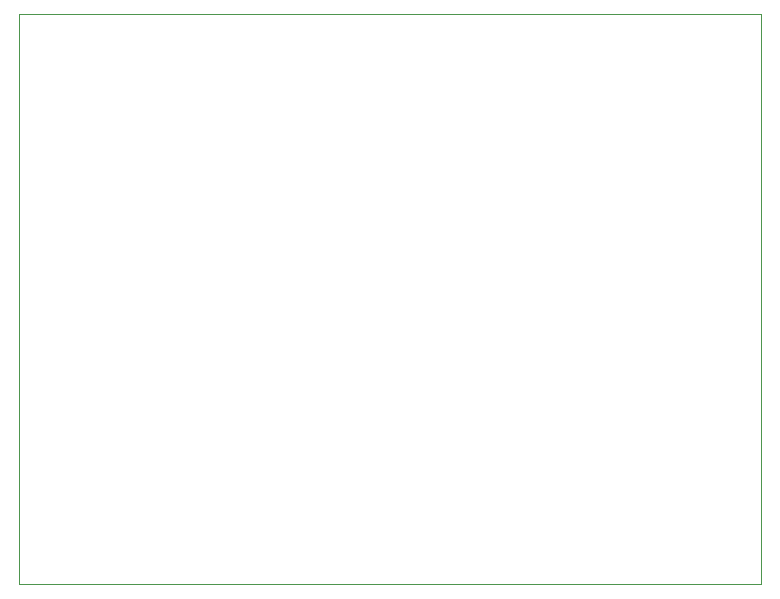
<source format=gbr>
G04 #@! TF.GenerationSoftware,KiCad,Pcbnew,5.1.4*
G04 #@! TF.CreationDate,2019-11-19T03:17:16+01:00*
G04 #@! TF.ProjectId,sclock,73636c6f-636b-42e6-9b69-6361645f7063,rev?*
G04 #@! TF.SameCoordinates,Original*
G04 #@! TF.FileFunction,Legend,Bot*
G04 #@! TF.FilePolarity,Positive*
%FSLAX46Y46*%
G04 Gerber Fmt 4.6, Leading zero omitted, Abs format (unit mm)*
G04 Created by KiCad (PCBNEW 5.1.4) date 2019-11-19 03:17:16*
%MOMM*%
%LPD*%
G04 APERTURE LIST*
%ADD10C,0.050000*%
G04 APERTURE END LIST*
D10*
X128270000Y-60960000D02*
X65405000Y-60960000D01*
X128270000Y-109220000D02*
X128270000Y-60960000D01*
X65405000Y-109220000D02*
X128270000Y-109220000D01*
X65405000Y-60960000D02*
X65405000Y-109220000D01*
M02*

</source>
